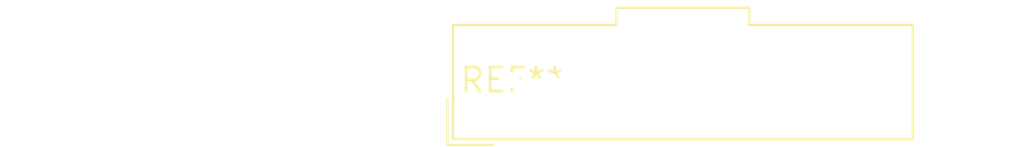
<source format=kicad_pcb>
(kicad_pcb (version 20240108) (generator pcbnew)
  (layers (0 "F.Cu" signal) (31 "B.Cu" signal) (34 "B.Paste" user) (35 "F.Paste" user) (36 "B.SilkS" user "B.Silkscreen") (37 "F.SilkS" user "F.Silkscreen") (38 "B.Mask" user) (39 "F.Mask" user) (44 "Edge.Cuts" user))
  (net 0 "")
  (footprint "Molex_MicroClasp_55932-1030_1x10_P2.00mm_Vertical" (layer "F.Cu") (at 0 0)
    (property "Reference" "REF**")
    (property "Value" "Molex_MicroClasp_55932-1030_1x10_P2.00mm_Vertical")
    (fp_line (start -3.41 1) (end -3.41 3.41) (layer "F.SilkS") (stroke (width 0.12)))
    (fp_line (start -3.41 3.41) (end -1 3.41) (layer "F.SilkS") (stroke (width 0.12)))
    (fp_line (start -3.11 -2.91) (end -3.11 3.11) (layer "F.SilkS") (stroke (width 0.12)))
    (fp_line (start -3.11 3.11) (end 9 3.11) (layer "F.SilkS") (stroke (width 0.12)))
    (fp_line (start 5.5 -3.81) (end 5.5 -2.91) (layer "F.SilkS") (stroke (width 0.12)))
    (fp_line (start 5.5 -2.91) (end -3.11 -2.91) (layer "F.SilkS") (stroke (width 0.12)))
    (fp_line (start 9 -3.81) (end 5.5 -3.81) (layer "F.SilkS") (stroke (width 0.12)))
    (fp_line (start 9 -3.81) (end 12.5 -3.81) (layer "F.SilkS") (stroke (width 0.12)))
    (fp_line (start 12.5 -3.81) (end 12.5 -2.91) (layer "F.SilkS") (stroke (width 0.12)))
    (fp_line (start 12.5 -2.91) (end 21.11 -2.91) (layer "F.SilkS") (stroke (width 0.12)))
    (fp_line (start 21.11 -2.91) (end 21.11 3.11) (layer "F.SilkS") (stroke (width 0.12)))
    (fp_line (start 21.11 3.11) (end 9 3.11) (layer "F.SilkS") (stroke (width 0.12)))
    (pad "1" thru_hole roundrect (at 0 0) (size 1.2 1.8) (drill 0.8) (layers *.Cu *.Mask) (remove_unused_layers) (roundrect_rratio 0.208333))
    (pad "2" thru_hole oval (at 2 0) (size 1.2 1.8) (drill 0.8) (layers *.Cu *.Mask) (remove_unused_layers))
    (pad "3" thru_hole oval (at 4 0) (size 1.2 1.8) (drill 0.8) (layers *.Cu *.Mask) (remove_unused_layers))
    (pad "4" thru_hole oval (at 6 0) (size 1.2 1.8) (drill 0.8) (layers *.Cu *.Mask) (remove_unused_layers))
    (pad "5" thru_hole oval (at 8 0) (size 1.2 1.8) (drill 0.8) (layers *.Cu *.Mask) (remove_unused_layers))
    (pad "6" thru_hole oval (at 10 0) (size 1.2 1.8) (drill 0.8) (layers *.Cu *.Mask) (remove_unused_layers))
    (pad "7" thru_hole oval (at 12 0) (size 1.2 1.8) (drill 0.8) (layers *.Cu *.Mask) (remove_unused_layers))
    (pad "8" thru_hole oval (at 14 0) (size 1.2 1.8) (drill 0.8) (layers *.Cu *.Mask) (remove_unused_layers))
    (pad "9" thru_hole oval (at 16 0) (size 1.2 1.8) (drill 0.8) (layers *.Cu *.Mask) (remove_unused_layers))
    (pad "10" thru_hole oval (at 18 0) (size 1.2 1.8) (drill 0.8) (layers *.Cu *.Mask) (remove_unused_layers))
  )
)
</source>
